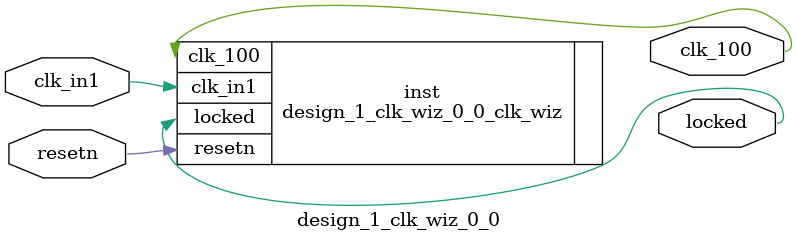
<source format=v>


`timescale 1ps/1ps

(* CORE_GENERATION_INFO = "design_1_clk_wiz_0_0,clk_wiz_v6_0_13_0_0,{component_name=design_1_clk_wiz_0_0,use_phase_alignment=true,use_min_o_jitter=false,use_max_i_jitter=false,use_dyn_phase_shift=false,use_inclk_switchover=false,use_dyn_reconfig=false,enable_axi=0,feedback_source=FDBK_AUTO,PRIMITIVE=MMCM,num_out_clk=1,clkin1_period=10.000,clkin2_period=10.000,use_power_down=false,use_reset=true,use_locked=true,use_inclk_stopped=false,feedback_type=SINGLE,CLOCK_MGR_TYPE=NA,manual_override=false}" *)

module design_1_clk_wiz_0_0 
 (
  // Clock out ports
  output        clk_100,
  // Status and control signals
  input         resetn,
  output        locked,
 // Clock in ports
  input         clk_in1
 );

  design_1_clk_wiz_0_0_clk_wiz inst
  (
  // Clock out ports  
  .clk_100(clk_100),
  // Status and control signals               
  .resetn(resetn), 
  .locked(locked),
 // Clock in ports
  .clk_in1(clk_in1)
  );

endmodule

</source>
